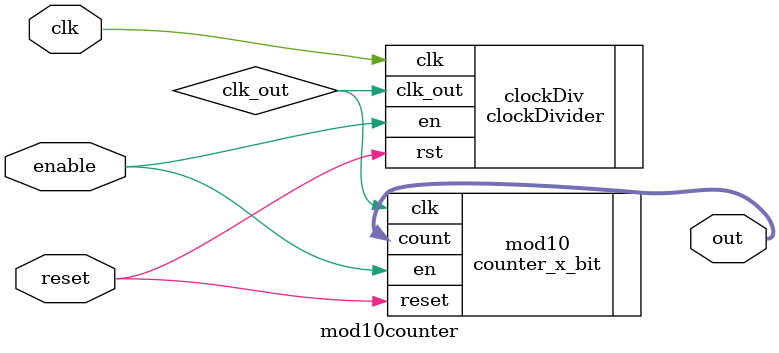
<source format=v>
`timescale 1ns / 1ps


module mod10counter(input reset, enable, clk, output [3:0] out);

    wire clk_out;
    clockDivider #(50000000) clockDiv(.clk(clk), .rst(reset), .en(enable), .clk_out(clk_out));
    counter_x_bit #(4, 10) mod10(.clk(clk_out), .reset(reset), .en(enable), .count(out));

endmodule

</source>
